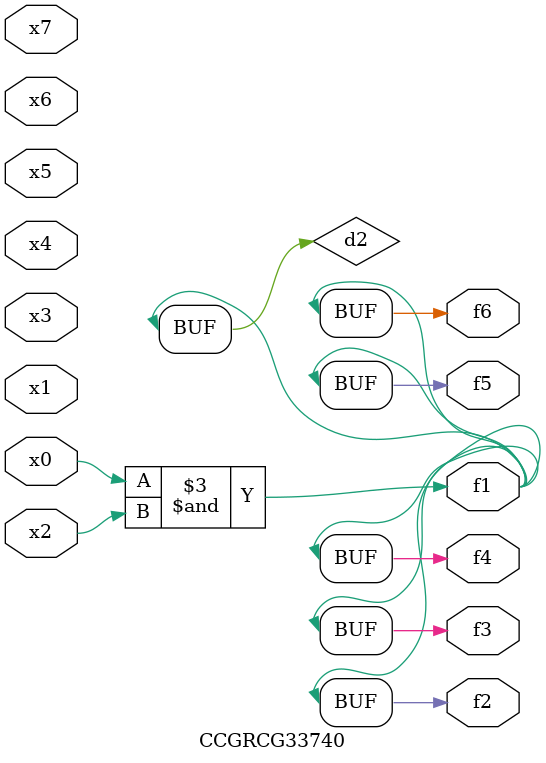
<source format=v>
module CCGRCG33740(
	input x0, x1, x2, x3, x4, x5, x6, x7,
	output f1, f2, f3, f4, f5, f6
);

	wire d1, d2;

	nor (d1, x3, x6);
	and (d2, x0, x2);
	assign f1 = d2;
	assign f2 = d2;
	assign f3 = d2;
	assign f4 = d2;
	assign f5 = d2;
	assign f6 = d2;
endmodule

</source>
